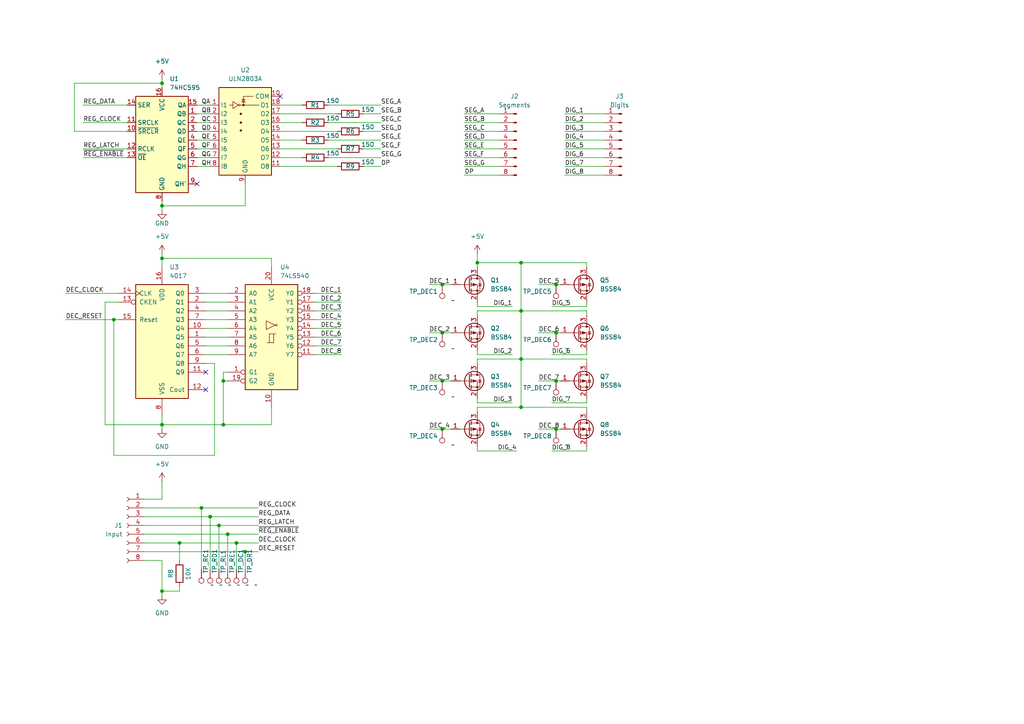
<source format=kicad_sch>
(kicad_sch (version 20230121) (generator eeschema)
  (paper "A4")
  (lib_symbols
    (symbol "4xxx:4017" (pin_names (offset 1.016))
      (property "Reference" "U" (at -7.62 16.51 0))
      (property "Value" "4017" (at -7.62 -19.05 0))
      (symbol "4017_1_0"
        (pin output line (at 12.7 0 180) (length 5.08) (name "Q5") (number "1"))
        (pin output line (at 12.7 2.54 180) (length 5.08) (name "Q4") (number "10"))
        (pin output line (at 12.7 -10.16 180) (length 5.08) (name "Q9") (number "11"))
        (pin output line (at 12.7 -15.24 180) (length 5.08) (name "Cout") (number "12"))
        (pin input inverted (at -12.7 10.16 0) (length 5.08) (name "CKEN") (number "13"))
        (pin input clock (at -12.7 12.7 0) (length 5.08) (name "CLK") (number "14"))
        (pin input line (at -12.7 5.08 0) (length 5.08) (name "Reset") (number "15"))
        (pin power_in line (at 0 20.32 270) (length 5.08) (name "VDD") (number "16"))
        (pin output line (at 12.7 10.16 180) (length 5.08) (name "Q1") (number "2"))
        (pin output line (at 12.7 12.7 180) (length 5.08) (name "Q0") (number "3"))
        (pin output line (at 12.7 7.62 180) (length 5.08) (name "Q2") (number "4"))
        (pin output line (at 12.7 -2.54 180) (length 5.08) (name "Q6") (number "5"))
        (pin output line (at 12.7 -5.08 180) (length 5.08) (name "Q7") (number "6"))
        (pin output line (at 12.7 5.08 180) (length 5.08) (name "Q3") (number "7"))
        (pin power_in line (at 0 -22.86 90) (length 5.08) (name "VSS") (number "8"))
        (pin output line (at 12.7 -7.62 180) (length 5.08) (name "Q8") (number "9"))
      )
      (symbol "4017_1_1"
        (rectangle (start -7.62 15.24) (end 7.62 -17.78) (stroke (width 0.254)) (fill (type background)))
      )
    )
    (symbol "74xx:74HC595"
      (property "Reference" "U" (at -7.62 13.97 0))
      (property "Value" "74HC595" (at -7.62 -16.51 0))
      (symbol "74HC595_1_0"
        (pin tri_state line (at 10.16 7.62 180) (length 2.54) (name "QB") (number "1"))
        (pin input line (at -10.16 2.54 0) (length 2.54) (name "~{SRCLR}") (number "10"))
        (pin input line (at -10.16 5.08 0) (length 2.54) (name "SRCLK") (number "11"))
        (pin input line (at -10.16 -2.54 0) (length 2.54) (name "RCLK") (number "12"))
        (pin input line (at -10.16 -5.08 0) (length 2.54) (name "~{OE}") (number "13"))
        (pin input line (at -10.16 10.16 0) (length 2.54) (name "SER") (number "14"))
        (pin tri_state line (at 10.16 10.16 180) (length 2.54) (name "QA") (number "15"))
        (pin power_in line (at 0 15.24 270) (length 2.54) (name "VCC") (number "16"))
        (pin tri_state line (at 10.16 5.08 180) (length 2.54) (name "QC") (number "2"))
        (pin tri_state line (at 10.16 2.54 180) (length 2.54) (name "QD") (number "3"))
        (pin tri_state line (at 10.16 0 180) (length 2.54) (name "QE") (number "4"))
        (pin tri_state line (at 10.16 -2.54 180) (length 2.54) (name "QF") (number "5"))
        (pin tri_state line (at 10.16 -5.08 180) (length 2.54) (name "QG") (number "6"))
        (pin tri_state line (at 10.16 -7.62 180) (length 2.54) (name "QH") (number "7"))
        (pin power_in line (at 0 -17.78 90) (length 2.54) (name "GND") (number "8"))
        (pin output line (at 10.16 -12.7 180) (length 2.54) (name "QH'") (number "9"))
      )
      (symbol "74HC595_1_1"
        (rectangle (start -7.62 12.7) (end 7.62 -15.24) (stroke (width 0.254)) (fill (type background)))
      )
    )
    (symbol "74xx:74LS540" (pin_names (offset 1.016))
      (property "Reference" "U" (at -7.62 16.51 0))
      (property "Value" "74LS540" (at -7.62 -16.51 0))
      (symbol "74LS540_1_0"
        (polyline (pts (xy -0.635 -1.6002) (xy -0.635 0.9398) (xy 0.635 0.9398)))
        (polyline (pts (xy -1.27 -1.6002) (xy 0.635 -1.6002) (xy 0.635 0.9398) (xy 1.27 0.9398)))
        (polyline (pts (xy 1.016 3.4798) (xy -1.524 4.7498) (xy -1.524 2.2098) (xy 1.016 3.4798)) (stroke (width 0.1524)))
        (circle (center 1.397 3.4798) (radius 0.254) (stroke (width 0.1524)))
        (pin input inverted (at -12.7 -10.16 0) (length 5.08) (name "G1") (number "1"))
        (pin power_in line (at 0 -20.32 90) (length 5.08) (name "GND") (number "10"))
        (pin tri_state inverted (at 12.7 -5.08 180) (length 5.08) (name "Y7") (number "11"))
        (pin tri_state inverted (at 12.7 -2.54 180) (length 5.08) (name "Y6") (number "12"))
        (pin tri_state inverted (at 12.7 0 180) (length 5.08) (name "Y5") (number "13"))
        (pin tri_state inverted (at 12.7 2.54 180) (length 5.08) (name "Y4") (number "14"))
        (pin tri_state inverted (at 12.7 5.08 180) (length 5.08) (name "Y3") (number "15"))
        (pin tri_state inverted (at 12.7 7.62 180) (length 5.08) (name "Y2") (number "16"))
        (pin tri_state inverted (at 12.7 10.16 180) (length 5.08) (name "Y1") (number "17"))
        (pin tri_state inverted (at 12.7 12.7 180) (length 5.08) (name "Y0") (number "18"))
        (pin input inverted (at -12.7 -12.7 0) (length 5.08) (name "G2") (number "19"))
        (pin input line (at -12.7 12.7 0) (length 5.08) (name "A0") (number "2"))
        (pin power_in line (at 0 20.32 270) (length 5.08) (name "VCC") (number "20"))
        (pin input line (at -12.7 10.16 0) (length 5.08) (name "A1") (number "3"))
        (pin input line (at -12.7 7.62 0) (length 5.08) (name "A2") (number "4"))
        (pin input line (at -12.7 5.08 0) (length 5.08) (name "A3") (number "5"))
        (pin input line (at -12.7 2.54 0) (length 5.08) (name "A4") (number "6"))
        (pin input line (at -12.7 0 0) (length 5.08) (name "A5") (number "7"))
        (pin input line (at -12.7 -2.54 0) (length 5.08) (name "A6") (number "8"))
        (pin input line (at -12.7 -5.08 0) (length 5.08) (name "A7") (number "9"))
      )
      (symbol "74LS540_1_1"
        (rectangle (start -7.62 15.24) (end 7.62 -15.24) (stroke (width 0.254)) (fill (type background)))
      )
    )
    (symbol "Connector:Conn_01x08_Pin" (pin_names (offset 1.016) hide)
      (property "Reference" "J" (at 0 10.16 0))
      (property "Value" "Conn_01x08_Pin" (at 0 -12.7 0))
      (symbol "Conn_01x08_Pin_1_1"
        (polyline (pts (xy 1.27 -10.16) (xy 0.8636 -10.16)) (stroke (width 0.1524)))
        (polyline (pts (xy 1.27 -7.62) (xy 0.8636 -7.62)) (stroke (width 0.1524)))
        (polyline (pts (xy 1.27 -5.08) (xy 0.8636 -5.08)) (stroke (width 0.1524)))
        (polyline (pts (xy 1.27 -2.54) (xy 0.8636 -2.54)) (stroke (width 0.1524)))
        (polyline (pts (xy 1.27 0) (xy 0.8636 0)) (stroke (width 0.1524)))
        (polyline (pts (xy 1.27 2.54) (xy 0.8636 2.54)) (stroke (width 0.1524)))
        (polyline (pts (xy 1.27 5.08) (xy 0.8636 5.08)) (stroke (width 0.1524)))
        (polyline (pts (xy 1.27 7.62) (xy 0.8636 7.62)) (stroke (width 0.1524)))
        (rectangle (start 0.8636 -10.033) (end 0 -10.287) (stroke (width 0.1524)) (fill (type outline)))
        (rectangle (start 0.8636 -7.493) (end 0 -7.747) (stroke (width 0.1524)) (fill (type outline)))
        (rectangle (start 0.8636 -4.953) (end 0 -5.207) (stroke (width 0.1524)) (fill (type outline)))
        (rectangle (start 0.8636 -2.413) (end 0 -2.667) (stroke (width 0.1524)) (fill (type outline)))
        (rectangle (start 0.8636 0.127) (end 0 -0.127) (stroke (width 0.1524)) (fill (type outline)))
        (rectangle (start 0.8636 2.667) (end 0 2.413) (stroke (width 0.1524)) (fill (type outline)))
        (rectangle (start 0.8636 5.207) (end 0 4.953) (stroke (width 0.1524)) (fill (type outline)))
        (rectangle (start 0.8636 7.747) (end 0 7.493) (stroke (width 0.1524)) (fill (type outline)))
        (pin passive line (at 5.08 7.62 180) (length 3.81) (name "Pin_1") (number "1"))
        (pin passive line (at 5.08 5.08 180) (length 3.81) (name "Pin_2") (number "2"))
        (pin passive line (at 5.08 2.54 180) (length 3.81) (name "Pin_3") (number "3"))
        (pin passive line (at 5.08 0 180) (length 3.81) (name "Pin_4") (number "4"))
        (pin passive line (at 5.08 -2.54 180) (length 3.81) (name "Pin_5") (number "5"))
        (pin passive line (at 5.08 -5.08 180) (length 3.81) (name "Pin_6") (number "6"))
        (pin passive line (at 5.08 -7.62 180) (length 3.81) (name "Pin_7") (number "7"))
        (pin passive line (at 5.08 -10.16 180) (length 3.81) (name "Pin_8") (number "8"))
      )
    )
    (symbol "Connector:Conn_01x08_Socket" (pin_names (offset 1.016) hide)
      (property "Reference" "J" (at 0 10.16 0))
      (property "Value" "Conn_01x08_Socket" (at 0 -12.7 0))
      (symbol "Conn_01x08_Socket_1_1"
        (arc (start 0 -9.652) (mid -0.5058 -10.16) (end 0 -10.668) (stroke (width 0.1524)))
        (arc (start 0 -7.112) (mid -0.5058 -7.62) (end 0 -8.128) (stroke (width 0.1524)))
        (arc (start 0 -4.572) (mid -0.5058 -5.08) (end 0 -5.588) (stroke (width 0.1524)))
        (arc (start 0 -2.032) (mid -0.5058 -2.54) (end 0 -3.048) (stroke (width 0.1524)))
        (polyline (pts (xy -1.27 -10.16) (xy -0.508 -10.16)) (stroke (width 0.1524)))
        (polyline (pts (xy -1.27 -7.62) (xy -0.508 -7.62)) (stroke (width 0.1524)))
        (polyline (pts (xy -1.27 -5.08) (xy -0.508 -5.08)) (stroke (width 0.1524)))
        (polyline (pts (xy -1.27 -2.54) (xy -0.508 -2.54)) (stroke (width 0.1524)))
        (polyline (pts (xy -1.27 0) (xy -0.508 0)) (stroke (width 0.1524)))
        (polyline (pts (xy -1.27 2.54) (xy -0.508 2.54)) (stroke (width 0.1524)))
        (polyline (pts (xy -1.27 5.08) (xy -0.508 5.08)) (stroke (width 0.1524)))
        (polyline (pts (xy -1.27 7.62) (xy -0.508 7.62)) (stroke (width 0.1524)))
        (arc (start 0 0.508) (mid -0.5058 0) (end 0 -0.508) (stroke (width 0.1524)))
        (arc (start 0 3.048) (mid -0.5058 2.54) (end 0 2.032) (stroke (width 0.1524)))
        (arc (start 0 5.588) (mid -0.5058 5.08) (end 0 4.572) (stroke (width 0.1524)))
        (arc (start 0 8.128) (mid -0.5058 7.62) (end 0 7.112) (stroke (width 0.1524)))
        (pin passive line (at -5.08 7.62 0) (length 3.81) (name "Pin_1") (number "1"))
        (pin passive line (at -5.08 5.08 0) (length 3.81) (name "Pin_2") (number "2"))
        (pin passive line (at -5.08 2.54 0) (length 3.81) (name "Pin_3") (number "3"))
        (pin passive line (at -5.08 0 0) (length 3.81) (name "Pin_4") (number "4"))
        (pin passive line (at -5.08 -2.54 0) (length 3.81) (name "Pin_5") (number "5"))
        (pin passive line (at -5.08 -5.08 0) (length 3.81) (name "Pin_6") (number "6"))
        (pin passive line (at -5.08 -7.62 0) (length 3.81) (name "Pin_7") (number "7"))
        (pin passive line (at -5.08 -10.16 0) (length 3.81) (name "Pin_8") (number "8"))
      )
    )
    (symbol "Connector:TestPoint" (pin_numbers hide) (pin_names (offset 0.762) hide)
      (property "Reference" "TP" (at 0 6.858 0))
      (property "Value" "TestPoint" (at 0 5.08 0))
      (symbol "TestPoint_0_1"
        (circle (center 0 3.302) (radius 0.762))
      )
      (symbol "TestPoint_1_1"
        (pin passive line (at 0 0 90) (length 2.54) (name "1") (number "1"))
      )
    )
    (symbol "Device:R" (pin_numbers hide) (pin_names (offset 0))
      (property "Reference" "R" (at 2.032 0 90))
      (property "Value" "R" (at 0 0 90))
      (symbol "R_0_1"
        (rectangle (start -1.016 -2.54) (end 1.016 2.54) (stroke (width 0.254)))
      )
      (symbol "R_1_1"
        (pin passive line (at 0 3.81 270) (length 1.27) (name "~") (number "1"))
        (pin passive line (at 0 -3.81 90) (length 1.27) (name "~") (number "2"))
      )
    )
    (symbol "Transistor_Array:ULN2803A"
      (property "Reference" "U" (at 0 13.335 0))
      (property "Value" "ULN2803A" (at 0 11.43 0))
      (symbol "ULN2803A_0_1"
        (rectangle (start -7.62 -15.24) (end 7.62 10.16) (stroke (width 0.254)) (fill (type background)))
        (circle (center -1.778 5.08) (radius 0.254))
        (circle (center -1.27 -2.286) (radius 0.254) (fill (type outline)))
        (circle (center -1.27 0) (radius 0.254) (fill (type outline)))
        (circle (center -1.27 2.54) (radius 0.254) (fill (type outline)))
        (circle (center -0.508 5.08) (radius 0.254) (fill (type outline)))
        (polyline (pts (xy -4.572 5.08) (xy -3.556 5.08)))
        (polyline (pts (xy -1.524 5.08) (xy 4.064 5.08)))
        (polyline (pts (xy 0 6.731) (xy -1.016 6.731)))
        (polyline (pts (xy -0.508 5.08) (xy -0.508 7.62) (xy 2.286 7.62)))
        (polyline (pts (xy -3.556 6.096) (xy -3.556 4.064) (xy -2.032 5.08) (xy -3.556 6.096)))
        (polyline (pts (xy 0 5.969) (xy -1.016 5.969) (xy -0.508 6.731) (xy 0 5.969)))
      )
      (symbol "ULN2803A_1_1"
        (pin input line (at -10.16 5.08 0) (length 2.54) (name "I1") (number "1"))
        (pin passive line (at 10.16 7.62 180) (length 2.54) (name "COM") (number "10"))
        (pin open_collector line (at 10.16 -12.7 180) (length 2.54) (name "O8") (number "11"))
        (pin open_collector line (at 10.16 -10.16 180) (length 2.54) (name "O7") (number "12"))
        (pin open_collector line (at 10.16 -7.62 180) (length 2.54) (name "O6") (number "13"))
        (pin open_collector line (at 10.16 -5.08 180) (length 2.54) (name "O5") (number "14"))
        (pin open_collector line (at 10.16 -2.54 180) (length 2.54) (name "O4") (number "15"))
        (pin open_collector line (at 10.16 0 180) (length 2.54) (name "O3") (number "16"))
        (pin open_collector line (at 10.16 2.54 180) (length 2.54) (name "O2") (number "17"))
        (pin open_collector line (at 10.16 5.08 180) (length 2.54) (name "O1") (number "18"))
        (pin input line (at -10.16 2.54 0) (length 2.54) (name "I2") (number "2"))
        (pin input line (at -10.16 0 0) (length 2.54) (name "I3") (number "3"))
        (pin input line (at -10.16 -2.54 0) (length 2.54) (name "I4") (number "4"))
        (pin input line (at -10.16 -5.08 0) (length 2.54) (name "I5") (number "5"))
        (pin input line (at -10.16 -7.62 0) (length 2.54) (name "I6") (number "6"))
        (pin input line (at -10.16 -10.16 0) (length 2.54) (name "I7") (number "7"))
        (pin input line (at -10.16 -12.7 0) (length 2.54) (name "I8") (number "8"))
        (pin power_in line (at 0 -17.78 90) (length 2.54) (name "GND") (number "9"))
      )
    )
    (symbol "Transistor_FET:BSS84" (pin_names hide)
      (property "Reference" "Q" (at 5.08 1.905 0))
      (property "Value" "BSS84" (at 5.08 0 0))
      (symbol "BSS84_0_1"
        (polyline (pts (xy 0.254 0) (xy -2.54 0)))
        (polyline (pts (xy 0.254 1.905) (xy 0.254 -1.905)) (stroke (width 0.254)))
        (polyline (pts (xy 0.762 -1.27) (xy 0.762 -2.286)) (stroke (width 0.254)))
        (polyline (pts (xy 0.762 0.508) (xy 0.762 -0.508)) (stroke (width 0.254)))
        (polyline (pts (xy 0.762 2.286) (xy 0.762 1.27)) (stroke (width 0.254)))
        (polyline (pts (xy 2.54 2.54) (xy 2.54 1.778)))
        (polyline (pts (xy 2.54 -2.54) (xy 2.54 0) (xy 0.762 0)))
        (polyline (pts (xy 0.762 1.778) (xy 3.302 1.778) (xy 3.302 -1.778) (xy 0.762 -1.778)))
        (polyline (pts (xy 2.286 0) (xy 1.27 0.381) (xy 1.27 -0.381) (xy 2.286 0)) (fill (type outline)))
        (polyline (pts (xy 2.794 -0.508) (xy 2.921 -0.381) (xy 3.683 -0.381) (xy 3.81 -0.254)))
        (polyline (pts (xy 3.302 -0.381) (xy 2.921 0.254) (xy 3.683 0.254) (xy 3.302 -0.381)))
        (circle (center 1.651 0) (radius 2.794) (stroke (width 0.254)))
        (circle (center 2.54 -1.778) (radius 0.254) (fill (type outline)))
        (circle (center 2.54 1.778) (radius 0.254) (fill (type outline)))
      )
      (symbol "BSS84_1_1"
        (pin input line (at -5.08 0 0) (length 2.54) (name "G") (number "1"))
        (pin passive line (at 2.54 -5.08 90) (length 2.54) (name "S") (number "2"))
        (pin passive line (at 2.54 5.08 270) (length 2.54) (name "D") (number "3"))
      )
    )
    (symbol "power:+5V" (power) (pin_names (offset 0))
      (property "Value" "+5V" (at 0 3.556 0))
      (symbol "+5V_0_1"
        (polyline (pts (xy -0.762 1.27) (xy 0 2.54)))
        (polyline (pts (xy 0 0) (xy 0 2.54)))
        (polyline (pts (xy 0 2.54) (xy 0.762 1.27)))
      )
      (symbol "+5V_1_1"
        (pin power_in line (at 0 0 90) (length 0) hide (name "+5V") (number "1"))
      )
    )
    (symbol "power:GND" (power) (pin_names (offset 0))
      (property "Value" "GND" (at 0 -3.81 0))
      (symbol "GND_0_1"
        (polyline (pts (xy 0 0) (xy 0 -1.27) (xy 1.27 -1.27) (xy 0 -2.54) (xy -1.27 -1.27) (xy 0 -1.27)))
      )
      (symbol "GND_1_1"
        (pin power_in line (at 0 0 270) (length 0) hide (name "GND") (number "1"))
      )
    )
  )
  (junction (at 151.13 90.17))
  (junction (at 151.13 104.14))
  (junction (at 46.99 171.45))
  (junction (at 64.77 123.19))
  (junction (at 46.99 123.19))
  (junction (at 151.13 76.2))
  (junction (at 161.29 82.55))
  (junction (at 60.96 149.86))
  (junction (at 128.27 124.46))
  (junction (at 138.43 76.2))
  (junction (at 33.02 92.71))
  (junction (at 46.99 74.93))
  (junction (at 46.99 59.69))
  (junction (at 63.5 152.4))
  (junction (at 161.29 110.49))
  (junction (at 161.29 96.52))
  (junction (at 66.04 154.94))
  (junction (at 58.42 147.32))
  (junction (at 52.07 157.48))
  (junction (at 46.99 24.13))
  (junction (at 128.27 82.55))
  (junction (at 68.58 157.48))
  (junction (at 161.29 124.46))
  (junction (at 64.77 110.49))
  (junction (at 71.12 160.02))
  (junction (at 151.13 118.11))
  (junction (at 128.27 96.52))
  (junction (at 128.27 110.49))
  (no_connect (at 59.69 107.95))
  (no_connect (at 59.69 113.03))
  (no_connect (at 57.15 53.34))
  (no_connect (at 81.28 27.94))
  (wire (pts (xy 33.02 92.71) (xy 34.29 92.71)))
  (wire (pts (xy 138.43 129.54) (xy 138.43 130.81)))
  (wire (pts (xy 91.44 85.09) (xy 99.06 85.09)))
  (wire (pts (xy 24.13 45.72) (xy 36.83 45.72)))
  (wire (pts (xy 124.46 124.46) (xy 128.27 124.46)))
  (wire (pts (xy 60.96 149.86) (xy 60.96 165.1)))
  (wire (pts (xy 128.27 82.55) (xy 130.81 82.55)))
  (wire (pts (xy 41.91 149.86) (xy 60.96 149.86)))
  (wire (pts (xy 128.27 110.49) (xy 130.81 110.49)))
  (wire (pts (xy 46.99 120.65) (xy 46.99 123.19)))
  (wire (pts (xy 81.28 38.1) (xy 97.79 38.1)))
  (wire (pts (xy 95.25 40.64) (xy 110.49 40.64)))
  (wire (pts (xy 30.48 123.19) (xy 46.99 123.19)))
  (wire (pts (xy 160.02 102.87) (xy 170.18 102.87)))
  (wire (pts (xy 138.43 88.9) (xy 148.59 88.9)))
  (wire (pts (xy 63.5 152.4) (xy 74.93 152.4)))
  (wire (pts (xy 59.69 102.87) (xy 66.04 102.87)))
  (wire (pts (xy 71.12 160.02) (xy 71.12 165.1)))
  (wire (pts (xy 163.83 33.02) (xy 175.26 33.02)))
  (wire (pts (xy 105.41 43.18) (xy 110.49 43.18)))
  (wire (pts (xy 78.74 118.11) (xy 78.74 123.19)))
  (wire (pts (xy 124.46 82.55) (xy 128.27 82.55)))
  (wire (pts (xy 134.62 45.72) (xy 144.78 45.72)))
  (wire (pts (xy 138.43 101.6) (xy 138.43 102.87)))
  (wire (pts (xy 138.43 118.11) (xy 138.43 119.38)))
  (wire (pts (xy 41.91 147.32) (xy 58.42 147.32)))
  (wire (pts (xy 163.83 38.1) (xy 175.26 38.1)))
  (wire (pts (xy 138.43 73.66) (xy 138.43 76.2)))
  (wire (pts (xy 19.05 85.09) (xy 34.29 85.09)))
  (wire (pts (xy 46.99 22.86) (xy 46.99 24.13)))
  (wire (pts (xy 63.5 152.4) (xy 63.5 165.1)))
  (wire (pts (xy 24.13 30.48) (xy 36.83 30.48)))
  (wire (pts (xy 138.43 130.81) (xy 149.86 130.81)))
  (wire (pts (xy 57.15 38.1) (xy 60.96 38.1)))
  (wire (pts (xy 138.43 118.11) (xy 151.13 118.11)))
  (wire (pts (xy 160.02 130.81) (xy 170.18 130.81)))
  (wire (pts (xy 46.99 139.7) (xy 46.99 144.78)))
  (wire (pts (xy 134.62 38.1) (xy 144.78 38.1)))
  (wire (pts (xy 64.77 110.49) (xy 66.04 110.49)))
  (wire (pts (xy 41.91 160.02) (xy 71.12 160.02)))
  (wire (pts (xy 58.42 147.32) (xy 74.93 147.32)))
  (wire (pts (xy 46.99 123.19) (xy 64.77 123.19)))
  (wire (pts (xy 46.99 74.93) (xy 78.74 74.93)))
  (wire (pts (xy 91.44 95.25) (xy 99.06 95.25)))
  (wire (pts (xy 81.28 43.18) (xy 97.79 43.18)))
  (wire (pts (xy 19.05 92.71) (xy 33.02 92.71)))
  (wire (pts (xy 105.41 33.02) (xy 110.49 33.02)))
  (wire (pts (xy 57.15 43.18) (xy 60.96 43.18)))
  (wire (pts (xy 66.04 154.94) (xy 74.93 154.94)))
  (wire (pts (xy 138.43 102.87) (xy 148.59 102.87)))
  (wire (pts (xy 46.99 171.45) (xy 46.99 172.72)))
  (wire (pts (xy 138.43 90.17) (xy 151.13 90.17)))
  (wire (pts (xy 41.91 152.4) (xy 63.5 152.4)))
  (wire (pts (xy 160.02 88.9) (xy 170.18 88.9)))
  (wire (pts (xy 46.99 74.93) (xy 46.99 77.47)))
  (wire (pts (xy 95.25 35.56) (xy 110.49 35.56)))
  (wire (pts (xy 163.83 50.8) (xy 175.26 50.8)))
  (wire (pts (xy 156.21 110.49) (xy 161.29 110.49)))
  (wire (pts (xy 134.62 40.64) (xy 144.78 40.64)))
  (wire (pts (xy 170.18 104.14) (xy 170.18 105.41)))
  (wire (pts (xy 138.43 91.44) (xy 138.43 90.17)))
  (wire (pts (xy 46.99 59.69) (xy 46.99 60.96)))
  (wire (pts (xy 24.13 35.56) (xy 36.83 35.56)))
  (wire (pts (xy 46.99 123.19) (xy 46.99 124.46)))
  (wire (pts (xy 105.41 48.26) (xy 110.49 48.26)))
  (wire (pts (xy 71.12 160.02) (xy 74.93 160.02)))
  (wire (pts (xy 81.28 40.64) (xy 87.63 40.64)))
  (wire (pts (xy 81.28 30.48) (xy 87.63 30.48)))
  (wire (pts (xy 91.44 92.71) (xy 99.06 92.71)))
  (wire (pts (xy 170.18 118.11) (xy 170.18 119.38)))
  (wire (pts (xy 59.69 92.71) (xy 66.04 92.71)))
  (wire (pts (xy 163.83 35.56) (xy 175.26 35.56)))
  (wire (pts (xy 170.18 115.57) (xy 170.18 116.84)))
  (wire (pts (xy 91.44 100.33) (xy 99.06 100.33)))
  (wire (pts (xy 57.15 33.02) (xy 60.96 33.02)))
  (wire (pts (xy 41.91 144.78) (xy 46.99 144.78)))
  (wire (pts (xy 66.04 154.94) (xy 66.04 165.1)))
  (wire (pts (xy 138.43 115.57) (xy 138.43 116.84)))
  (wire (pts (xy 134.62 33.02) (xy 144.78 33.02)))
  (wire (pts (xy 138.43 116.84) (xy 148.59 116.84)))
  (wire (pts (xy 59.69 95.25) (xy 66.04 95.25)))
  (wire (pts (xy 46.99 73.66) (xy 46.99 74.93)))
  (wire (pts (xy 138.43 76.2) (xy 138.43 77.47)))
  (wire (pts (xy 58.42 147.32) (xy 58.42 165.1)))
  (wire (pts (xy 151.13 76.2) (xy 170.18 76.2)))
  (wire (pts (xy 170.18 77.47) (xy 170.18 76.2)))
  (wire (pts (xy 163.83 40.64) (xy 175.26 40.64)))
  (wire (pts (xy 124.46 110.49) (xy 128.27 110.49)))
  (wire (pts (xy 59.69 85.09) (xy 66.04 85.09)))
  (wire (pts (xy 170.18 129.54) (xy 170.18 130.81)))
  (wire (pts (xy 124.46 96.52) (xy 128.27 96.52)))
  (wire (pts (xy 156.21 82.55) (xy 161.29 82.55)))
  (wire (pts (xy 52.07 157.48) (xy 68.58 157.48)))
  (wire (pts (xy 57.15 48.26) (xy 60.96 48.26)))
  (wire (pts (xy 46.99 58.42) (xy 46.99 59.69)))
  (wire (pts (xy 71.12 53.34) (xy 71.12 59.69)))
  (wire (pts (xy 52.07 170.18) (xy 52.07 171.45)))
  (wire (pts (xy 91.44 97.79) (xy 99.06 97.79)))
  (wire (pts (xy 52.07 157.48) (xy 52.07 162.56)))
  (wire (pts (xy 95.25 45.72) (xy 110.49 45.72)))
  (wire (pts (xy 81.28 45.72) (xy 87.63 45.72)))
  (wire (pts (xy 163.83 45.72) (xy 175.26 45.72)))
  (wire (pts (xy 81.28 35.56) (xy 87.63 35.56)))
  (wire (pts (xy 170.18 87.63) (xy 170.18 88.9)))
  (wire (pts (xy 46.99 171.45) (xy 52.07 171.45)))
  (wire (pts (xy 41.91 157.48) (xy 52.07 157.48)))
  (wire (pts (xy 46.99 59.69) (xy 71.12 59.69)))
  (wire (pts (xy 41.91 154.94) (xy 66.04 154.94)))
  (wire (pts (xy 128.27 96.52) (xy 130.81 96.52)))
  (wire (pts (xy 91.44 87.63) (xy 99.06 87.63)))
  (wire (pts (xy 160.02 116.84) (xy 170.18 116.84)))
  (wire (pts (xy 151.13 90.17) (xy 151.13 104.14)))
  (wire (pts (xy 170.18 90.17) (xy 151.13 90.17)))
  (wire (pts (xy 59.69 97.79) (xy 66.04 97.79)))
  (wire (pts (xy 64.77 107.95) (xy 64.77 110.49)))
  (wire (pts (xy 91.44 90.17) (xy 99.06 90.17)))
  (wire (pts (xy 46.99 162.56) (xy 46.99 171.45)))
  (wire (pts (xy 30.48 87.63) (xy 30.48 123.19)))
  (wire (pts (xy 57.15 40.64) (xy 60.96 40.64)))
  (wire (pts (xy 41.91 162.56) (xy 46.99 162.56)))
  (wire (pts (xy 170.18 101.6) (xy 170.18 102.87)))
  (wire (pts (xy 91.44 102.87) (xy 99.06 102.87)))
  (wire (pts (xy 21.59 24.13) (xy 46.99 24.13)))
  (wire (pts (xy 163.83 43.18) (xy 175.26 43.18)))
  (wire (pts (xy 138.43 104.14) (xy 151.13 104.14)))
  (wire (pts (xy 161.29 96.52) (xy 162.56 96.52)))
  (wire (pts (xy 62.23 105.41) (xy 62.23 132.08)))
  (wire (pts (xy 60.96 149.86) (xy 74.93 149.86)))
  (wire (pts (xy 138.43 76.2) (xy 151.13 76.2)))
  (wire (pts (xy 33.02 92.71) (xy 33.02 132.08)))
  (wire (pts (xy 138.43 105.41) (xy 138.43 104.14)))
  (wire (pts (xy 34.29 87.63) (xy 30.48 87.63)))
  (wire (pts (xy 170.18 91.44) (xy 170.18 90.17)))
  (wire (pts (xy 59.69 90.17) (xy 66.04 90.17)))
  (wire (pts (xy 156.21 124.46) (xy 161.29 124.46)))
  (wire (pts (xy 24.13 43.18) (xy 36.83 43.18)))
  (wire (pts (xy 59.69 100.33) (xy 66.04 100.33)))
  (wire (pts (xy 161.29 82.55) (xy 162.56 82.55)))
  (wire (pts (xy 57.15 35.56) (xy 60.96 35.56)))
  (wire (pts (xy 134.62 43.18) (xy 144.78 43.18)))
  (wire (pts (xy 151.13 104.14) (xy 170.18 104.14)))
  (wire (pts (xy 57.15 45.72) (xy 60.96 45.72)))
  (wire (pts (xy 134.62 50.8) (xy 144.78 50.8)))
  (wire (pts (xy 64.77 110.49) (xy 64.77 123.19)))
  (wire (pts (xy 151.13 104.14) (xy 151.13 118.11)))
  (wire (pts (xy 81.28 33.02) (xy 97.79 33.02)))
  (wire (pts (xy 151.13 118.11) (xy 170.18 118.11)))
  (wire (pts (xy 95.25 30.48) (xy 110.49 30.48)))
  (wire (pts (xy 151.13 76.2) (xy 151.13 90.17)))
  (wire (pts (xy 128.27 124.46) (xy 130.81 124.46)))
  (wire (pts (xy 78.74 77.47) (xy 78.74 74.93)))
  (wire (pts (xy 21.59 38.1) (xy 21.59 24.13)))
  (wire (pts (xy 68.58 157.48) (xy 74.93 157.48)))
  (wire (pts (xy 105.41 38.1) (xy 110.49 38.1)))
  (wire (pts (xy 59.69 87.63) (xy 66.04 87.63)))
  (wire (pts (xy 57.15 30.48) (xy 60.96 30.48)))
  (wire (pts (xy 81.28 48.26) (xy 97.79 48.26)))
  (wire (pts (xy 134.62 48.26) (xy 144.78 48.26)))
  (wire (pts (xy 156.21 96.52) (xy 161.29 96.52)))
  (wire (pts (xy 138.43 87.63) (xy 138.43 88.9)))
  (wire (pts (xy 68.58 157.48) (xy 68.58 165.1)))
  (wire (pts (xy 161.29 110.49) (xy 162.56 110.49)))
  (wire (pts (xy 161.29 124.46) (xy 162.56 124.46)))
  (wire (pts (xy 46.99 24.13) (xy 46.99 25.4)))
  (wire (pts (xy 64.77 123.19) (xy 78.74 123.19)))
  (wire (pts (xy 33.02 132.08) (xy 62.23 132.08)))
  (wire (pts (xy 134.62 35.56) (xy 144.78 35.56)))
  (wire (pts (xy 163.83 48.26) (xy 175.26 48.26)))
  (wire (pts (xy 59.69 105.41) (xy 62.23 105.41)))
  (wire (pts (xy 21.59 38.1) (xy 36.83 38.1)))
  (wire (pts (xy 66.04 107.95) (xy 64.77 107.95)))
  (label "DEC_2" (at 124.46 96.52 0))
  (label "QE" (at 58.42 40.64 0))
  (label "DEC_4" (at 99.06 92.71 180))
  (label "~{REG_ENABLE}" (at 74.93 154.94 0))
  (label "DEC_3" (at 124.46 110.49 0))
  (label "DIG_4" (at 163.83 40.64 0))
  (label "DIG_1" (at 163.83 33.02 0))
  (label "DEC_1" (at 99.06 85.09 180))
  (label "DIG_2" (at 148.59 102.87 180))
  (label "QC" (at 58.42 35.56 0))
  (label "DEC_2" (at 99.06 87.63 180))
  (label "SEG_F" (at 134.62 45.72 0))
  (label "DEC_8" (at 156.21 124.46 0))
  (label "SEG_G" (at 134.62 48.26 0))
  (label "DEC_1" (at 124.46 82.55 0))
  (label "DIG_2" (at 163.83 35.56 0))
  (label "SEG_G" (at 110.49 45.72 0))
  (label "DIG_5" (at 160.02 88.9 0))
  (label "DEC_5" (at 156.21 82.55 0))
  (label "QB" (at 58.42 33.02 0))
  (label "QF" (at 58.42 43.18 0))
  (label "DEC_RESET" (at 74.93 160.02 0))
  (label "SEG_B" (at 134.62 35.56 0))
  (label "DEC_CLOCK" (at 74.93 157.48 0))
  (label "SEG_D" (at 110.49 38.1 0))
  (label "SEG_E" (at 110.49 40.64 0))
  (label "DEC_3" (at 99.06 90.17 180))
  (label "REG_CLOCK" (at 74.93 147.32 0))
  (label "REG_DATA" (at 24.13 30.48 0))
  (label "DEC_7" (at 99.06 100.33 180))
  (label "DIG_8" (at 163.83 50.8 0))
  (label "SEG_A" (at 110.49 30.48 0))
  (label "SEG_A" (at 134.62 33.02 0))
  (label "DIG_1" (at 148.59 88.9 180))
  (label "DP" (at 110.49 48.26 0))
  (label "SEG_C" (at 134.62 38.1 0))
  (label "DEC_6" (at 99.06 97.79 180))
  (label "REG_LATCH" (at 74.93 152.4 0))
  (label "DEC_4" (at 124.46 124.46 0))
  (label "DIG_6" (at 163.83 45.72 0))
  (label "QD" (at 58.42 38.1 0))
  (label "SEG_C" (at 110.49 35.56 0))
  (label "SEG_D" (at 134.62 40.64 0))
  (label "DIG_8" (at 160.02 130.81 0))
  (label "REG_LATCH" (at 24.13 43.18 0))
  (label "DEC_6" (at 156.21 96.52 0))
  (label "DIG_4" (at 149.86 130.81 180))
  (label "DIG_3" (at 163.83 38.1 0))
  (label "DEC_CLOCK" (at 19.05 85.09 0))
  (label "SEG_B" (at 110.49 33.02 0))
  (label "DIG_3" (at 148.59 116.84 180))
  (label "QG" (at 58.42 45.72 0))
  (label "DP" (at 134.7322 50.8 0))
  (label "SEG_E" (at 134.62 43.18 0))
  (label "DEC_8" (at 99.06 102.87 180))
  (label "DIG_7" (at 163.83 48.26 0))
  (label "DEC_5" (at 99.06 95.25 180))
  (label "QH" (at 58.42 48.26 0))
  (label "REG_DATA" (at 74.93 149.86 0))
  (label "~{REG_ENABLE}" (at 24.13 45.72 0))
  (label "DIG_5" (at 163.83 43.18 0))
  (label "QA" (at 58.42 30.48 0))
  (label "DEC_7" (at 156.21 110.49 0))
  (label "DIG_7" (at 160.02 116.84 0))
  (label "SEG_F" (at 110.49 43.18 0))
  (label "DIG_6" (at 160.02 102.87 0))
  (label "DEC_RESET" (at 19.05 92.71 0))
  (label "REG_CLOCK" (at 24.13 35.56 0))
  (symbol (lib_id "Device:R") (at 91.44 30.48 270) (unit 1)
    (property "Reference" "R1" (at 91.44 30.48 90))
    (property "Value" "150" (at 96.52 29.21 90))
    (property "Footprint" "Resistor_SMD:R_1206_3216Metric_Pad1.30x1.75mm_HandSolder" (effects hide))
  )
  (symbol (lib_id "Connector:TestPoint") (at 161.29 110.49 180) (unit 1)
    (property "Reference" "TP_DEC7" (at 160.02 111.76 0) (effects (justify left bottom)))
    (property "Value" "~" (at 163.83 115.0619 0) (effects (justify right)))
    (property "Footprint" "TestPoint:TestPoint_Pad_D1.0mm" (effects hide))
  )
  (symbol (lib_id "Device:R") (at 52.07 166.37 0) (unit 1)
    (property "Reference" "R8" (at 49.53 166.37 90))
    (property "Value" "10K" (at 54.61 166.37 90))
    (property "Footprint" "Resistor_SMD:R_1206_3216Metric_Pad1.30x1.75mm_HandSolder" (effects hide))
  )
  (symbol (lib_id "Device:R") (at 101.6 43.18 270) (unit 1)
    (property "Reference" "R7" (at 101.6 43.18 90))
    (property "Value" "150" (at 106.68 41.91 90))
    (property "Footprint" "Resistor_SMD:R_1206_3216Metric_Pad1.30x1.75mm_HandSolder" (effects hide))
  )
  (symbol (lib_id "Connector:TestPoint") (at 128.27 124.46 180) (unit 1)
    (property "Reference" "TP_DEC4" (at 127 125.73 0) (effects (justify left bottom)))
    (property "Value" "~" (at 130.81 129.0319 0) (effects (justify right)))
    (property "Footprint" "TestPoint:TestPoint_Pad_D1.0mm" (effects hide))
  )
  (symbol (lib_id "Transistor_FET:BSS84") (at 167.64 110.49 0) (unit 1)
    (property "Reference" "Q7" (at 173.99 109.2199 0) (effects (justify left)))
    (property "Value" "BSS84" (at 173.99 111.7599 0) (effects (justify left)))
    (property "Footprint" "Package_TO_SOT_SMD:SOT-23" (effects hide))
    (property "Datasheet" "http://assets.nexperia.com/documents/data-sheet/BSS84.pdf" (effects hide))
  )
  (symbol (lib_id "Connector:TestPoint") (at 128.27 96.52 180) (unit 1)
    (property "Reference" "TP_DEC2" (at 127 97.79 0) (effects (justify left bottom)))
    (property "Value" "~" (at 130.81 101.0919 0) (effects (justify right)))
    (property "Footprint" "TestPoint:TestPoint_Pad_D1.0mm" (effects hide))
  )
  (symbol (lib_id "Connector:TestPoint") (at 161.29 96.52 180) (unit 1)
    (property "Reference" "TP_DEC6" (at 160.02 97.79 0) (effects (justify left bottom)))
    (property "Value" "~" (at 163.83 101.0919 0) (effects (justify right)))
    (property "Footprint" "TestPoint:TestPoint_Pad_D1.0mm" (effects hide))
  )
  (symbol (lib_id "power:+5V") (at 46.99 73.66 0) (unit 1)
    (property "Reference" "#PWR05" (effects hide))
    (property "Value" "+5V" (at 46.99 68.58 0))
  )
  (symbol (lib_id "Device:R") (at 101.6 38.1 270) (unit 1)
    (property "Reference" "R6" (at 101.6 38.1 90))
    (property "Value" "150" (at 106.68 36.83 90))
    (property "Footprint" "Resistor_SMD:R_1206_3216Metric_Pad1.30x1.75mm_HandSolder" (effects hide))
  )
  (symbol (lib_id "Connector:Conn_01x08_Socket") (at 36.83 152.4 0) (mirror y) (unit 1)
    (property "Reference" "J1" (at 35.56 152.4 0) (effects (justify left)))
    (property "Value" "Input" (at 35.56 154.94 0) (effects (justify left)))
    (property "Footprint" "Connector_PinHeader_2.54mm:PinHeader_1x08_P2.54mm_Vertical" (effects hide))
  )
  (symbol (lib_id "Connector:Conn_01x08_Pin") (at 149.86 40.64 0) (mirror y) (unit 1)
    (property "Reference" "J2" (at 149.225 27.94 0))
    (property "Value" "Segments" (at 149.225 30.48 0))
    (property "Footprint" "Connector_PinHeader_2.54mm:PinHeader_1x08_P2.54mm_Vertical" (effects hide))
  )
  (symbol (lib_id "Device:R") (at 101.6 48.26 270) (unit 1)
    (property "Reference" "R9" (at 101.6 48.26 90))
    (property "Value" "150" (at 106.68 46.99 90))
    (property "Footprint" "Resistor_SMD:R_1206_3216Metric_Pad1.30x1.75mm_HandSolder" (effects hide))
  )
  (symbol (lib_id "Connector:TestPoint") (at 60.96 165.1 180) (unit 1)
    (property "Reference" "TP_RD1" (at 62.23 166.37 90) (effects (justify right)))
    (property "Value" "~" (at 63.5 169.6719 0) (effects (justify right)))
    (property "Footprint" "TestPoint:TestPoint_Pad_D1.0mm" (effects hide))
  )
  (symbol (lib_id "Transistor_FET:BSS84") (at 167.64 82.55 0) (unit 1)
    (property "Reference" "Q5" (at 173.99 81.2799 0) (effects (justify left)))
    (property "Value" "BSS84" (at 173.99 83.8199 0) (effects (justify left)))
    (property "Footprint" "Package_TO_SOT_SMD:SOT-23" (effects hide))
    (property "Datasheet" "http://assets.nexperia.com/documents/data-sheet/BSS84.pdf" (effects hide))
  )
  (symbol (lib_id "Connector:TestPoint") (at 161.29 124.46 180) (unit 1)
    (property "Reference" "TP_DEC8" (at 160.02 125.73 0) (effects (justify left bottom)))
    (property "Value" "~" (at 163.83 129.0319 0) (effects (justify right)))
    (property "Footprint" "TestPoint:TestPoint_Pad_D1.0mm" (effects hide))
  )
  (symbol (lib_id "Connector:TestPoint") (at 58.42 165.1 180) (unit 1)
    (property "Reference" "TP_RC1" (at 59.69 166.37 90) (effects (justify right)))
    (property "Value" "~" (at 60.96 169.6719 0) (effects (justify right)))
    (property "Footprint" "TestPoint:TestPoint_Pad_D1.0mm" (effects hide))
  )
  (symbol (lib_id "Transistor_FET:BSS84") (at 135.89 82.55 0) (unit 1)
    (property "Reference" "Q1" (at 142.24 81.2799 0) (effects (justify left)))
    (property "Value" "BSS84" (at 142.24 83.8199 0) (effects (justify left)))
    (property "Footprint" "Package_TO_SOT_SMD:SOT-23" (effects hide))
    (property "Datasheet" "http://assets.nexperia.com/documents/data-sheet/BSS84.pdf" (effects hide))
  )
  (symbol (lib_id "Device:R") (at 91.44 45.72 270) (unit 1)
    (property "Reference" "R4" (at 91.44 45.72 90))
    (property "Value" "150" (at 96.52 44.45 90))
    (property "Footprint" "Resistor_SMD:R_1206_3216Metric_Pad1.30x1.75mm_HandSolder" (effects hide))
  )
  (symbol (lib_id "power:GND") (at 46.99 124.46 0) (unit 1)
    (property "Reference" "#PWR06" (effects hide))
    (property "Value" "GND" (at 46.99 129.54 0))
  )
  (symbol (lib_id "Transistor_Array:ULN2803A") (at 71.12 35.56 0) (unit 1)
    (property "Reference" "U2" (at 71.12 20.32 0))
    (property "Value" "ULN2803A" (at 71.12 22.86 0))
    (property "Footprint" "Package_SO:SOIC-18W_7.5x11.6mm_P1.27mm" (effects hide))
    (property "Datasheet" "http://www.ti.com/lit/ds/symlink/uln2803a.pdf" (effects hide))
  )
  (symbol (lib_id "power:+5V") (at 46.99 22.86 0) (unit 1)
    (property "Reference" "#PWR02" (effects hide))
    (property "Value" "+5V" (at 46.99 17.78 0))
  )
  (symbol (lib_id "Device:R") (at 91.44 35.56 270) (unit 1)
    (property "Reference" "R2" (at 91.44 35.56 90))
    (property "Value" "150" (at 96.52 34.29 90))
    (property "Footprint" "Resistor_SMD:R_1206_3216Metric_Pad1.30x1.75mm_HandSolder" (effects hide))
  )
  (symbol (lib_id "Connector:TestPoint") (at 161.29 82.55 180) (unit 1)
    (property "Reference" "TP_DEC5" (at 160.02 83.82 0) (effects (justify left bottom)))
    (property "Value" "~" (at 163.83 87.1219 0) (effects (justify right)))
    (property "Footprint" "TestPoint:TestPoint_Pad_D1.0mm" (effects hide))
  )
  (symbol (lib_id "Transistor_FET:BSS84") (at 135.89 96.52 0) (unit 1)
    (property "Reference" "Q2" (at 142.24 95.2499 0) (effects (justify left)))
    (property "Value" "BSS84" (at 142.24 97.7899 0) (effects (justify left)))
    (property "Footprint" "Package_TO_SOT_SMD:SOT-23" (effects hide))
    (property "Datasheet" "http://assets.nexperia.com/documents/data-sheet/BSS84.pdf" (effects hide))
  )
  (symbol (lib_id "Connector:TestPoint") (at 66.04 165.1 180) (unit 1)
    (property "Reference" "TP_RE1" (at 67.31 166.37 90) (effects (justify right)))
    (property "Value" "~" (at 68.58 169.6719 0) (effects (justify right)))
    (property "Footprint" "TestPoint:TestPoint_Pad_D1.0mm" (effects hide))
  )
  (symbol (lib_id "Connector:Conn_01x08_Pin") (at 180.34 40.64 0) (mirror y) (unit 1)
    (property "Reference" "J3" (at 179.705 27.94 0))
    (property "Value" "Digits" (at 179.705 30.48 0))
    (property "Footprint" "Connector_PinHeader_2.54mm:PinHeader_1x08_P2.54mm_Vertical" (effects hide))
  )
  (symbol (lib_id "Connector:TestPoint") (at 63.5 165.1 180) (unit 1)
    (property "Reference" "TP_RL1" (at 64.77 166.37 90) (effects (justify right)))
    (property "Value" "~" (at 66.04 169.6719 0) (effects (justify right)))
    (property "Footprint" "TestPoint:TestPoint_Pad_D1.0mm" (effects hide))
  )
  (symbol (lib_id "Connector:TestPoint") (at 128.27 110.49 180) (unit 1)
    (property "Reference" "TP_DEC3" (at 127 111.76 0) (effects (justify left bottom)))
    (property "Value" "~" (at 130.81 115.0619 0) (effects (justify right)))
    (property "Footprint" "TestPoint:TestPoint_Pad_D1.0mm" (effects hide))
  )
  (symbol (lib_id "Connector:TestPoint") (at 68.58 165.1 180) (unit 1)
    (property "Reference" "TP_DC1" (at 69.85 166.37 90) (effects (justify right)))
    (property "Value" "~" (at 71.12 169.6719 0) (effects (justify right)))
    (property "Footprint" "TestPoint:TestPoint_Pad_D1.0mm" (effects hide))
  )
  (symbol (lib_id "Device:R") (at 91.44 40.64 270) (unit 1)
    (property "Reference" "R3" (at 91.44 40.64 90))
    (property "Value" "150" (at 96.52 39.37 90))
    (property "Footprint" "Resistor_SMD:R_1206_3216Metric_Pad1.30x1.75mm_HandSolder" (effects hide))
  )
  (symbol (lib_id "power:GND") (at 46.99 172.72 0) (unit 1)
    (property "Reference" "#PWR08" (effects hide))
    (property "Value" "GND" (at 46.99 177.8 0))
  )
  (symbol (lib_id "Device:R") (at 101.6 33.02 270) (unit 1)
    (property "Reference" "R5" (at 101.6 33.02 90))
    (property "Value" "150" (at 106.68 31.75 90))
    (property "Footprint" "Resistor_SMD:R_1206_3216Metric_Pad1.30x1.75mm_HandSolder" (effects hide))
  )
  (symbol (lib_id "Transistor_FET:BSS84") (at 135.89 124.46 0) (unit 1)
    (property "Reference" "Q4" (at 142.24 123.1899 0) (effects (justify left)))
    (property "Value" "BSS84" (at 142.24 125.7299 0) (effects (justify left)))
    (property "Footprint" "Package_TO_SOT_SMD:SOT-23" (effects hide))
    (property "Datasheet" "http://assets.nexperia.com/documents/data-sheet/BSS84.pdf" (effects hide))
  )
  (symbol (lib_id "Connector:TestPoint") (at 128.27 82.55 180) (unit 1)
    (property "Reference" "TP_DEC1" (at 127 83.82 0) (effects (justify left bottom)))
    (property "Value" "~" (at 130.81 87.1219 0) (effects (justify right)))
    (property "Footprint" "TestPoint:TestPoint_Pad_D1.0mm" (effects hide))
  )
  (symbol (lib_id "74xx:74HC595") (at 46.99 40.64 0) (unit 1)
    (property "Reference" "U1" (at 49.1841 22.86 0) (effects (justify left)))
    (property "Value" "74HC595" (at 49.1841 25.4 0) (effects (justify left)))
    (property "Footprint" "Package_SO:SOIC-16_3.9x9.9mm_P1.27mm" (effects hide))
    (property "Datasheet" "http://www.ti.com/lit/ds/symlink/sn74hc595.pdf" (effects hide))
  )
  (symbol (lib_id "Transistor_FET:BSS84") (at 167.64 96.52 0) (unit 1)
    (property "Reference" "Q6" (at 173.99 95.2499 0) (effects (justify left)))
    (property "Value" "BSS84" (at 173.99 97.7899 0) (effects (justify left)))
    (property "Footprint" "Package_TO_SOT_SMD:SOT-23" (effects hide))
    (property "Datasheet" "http://assets.nexperia.com/documents/data-sheet/BSS84.pdf" (effects hide))
  )
  (symbol (lib_id "power:GND") (at 46.99 60.96 0) (unit 1)
    (property "Reference" "#PWR03" (effects hide))
    (property "Value" "GND" (at 46.99 64.77 0))
  )
  (symbol (lib_id "4xxx:4017") (at 46.99 97.79 0) (unit 1)
    (property "Reference" "U3" (at 49.1841 77.47 0) (effects (justify left)))
    (property "Value" "4017" (at 49.1841 80.01 0) (effects (justify left)))
    (property "Footprint" "Package_SO:SOIC-16_3.9x9.9mm_P1.27mm" (effects hide))
    (property "Datasheet" "http://www.intersil.com/content/dam/Intersil/documents/cd40/cd4017bms-22bms.pdf" (effects hide))
  )
  (symbol (lib_id "Transistor_FET:BSS84") (at 135.89 110.49 0) (unit 1)
    (property "Reference" "Q3" (at 142.24 109.2199 0) (effects (justify left)))
    (property "Value" "BSS84" (at 142.24 111.7599 0) (effects (justify left)))
    (property "Footprint" "Package_TO_SOT_SMD:SOT-23" (effects hide))
    (property "Datasheet" "http://assets.nexperia.com/documents/data-sheet/BSS84.pdf" (effects hide))
  )
  (symbol (lib_id "power:+5V") (at 46.99 139.7 0) (unit 1)
    (property "Reference" "#PWR07" (effects hide))
    (property "Value" "+5V" (at 46.99 134.62 0))
  )
  (symbol (lib_id "power:+5V") (at 138.43 73.66 0) (unit 1)
    (property "Reference" "#PWR01" (effects hide))
    (property "Value" "+5V" (at 138.43 68.58 0))
  )
  (symbol (lib_id "Transistor_FET:BSS84") (at 167.64 124.46 0) (unit 1)
    (property "Reference" "Q8" (at 173.99 123.1899 0) (effects (justify left)))
    (property "Value" "BSS84" (at 173.99 125.7299 0) (effects (justify left)))
    (property "Footprint" "Package_TO_SOT_SMD:SOT-23" (effects hide))
    (property "Datasheet" "http://assets.nexperia.com/documents/data-sheet/BSS84.pdf" (effects hide))
  )
  (symbol (lib_id "Connector:TestPoint") (at 71.12 165.1 180) (unit 1)
    (property "Reference" "TP_DR1" (at 72.39 166.37 90) (effects (justify right)))
    (property "Value" "~" (at 73.66 169.6719 0) (effects (justify right)))
    (property "Footprint" "TestPoint:TestPoint_Pad_D1.0mm" (effects hide))
  )
  (symbol (lib_id "74xx:74LS540") (at 78.74 97.79 0) (unit 1)
    (property "Reference" "U4" (at 81.242 77.47 0) (effects (justify left)))
    (property "Value" "74LS540" (at 81.242 80.01 0) (effects (justify left)))
    (property "Footprint" "Package_SO:SOIC-20W_7.5x12.8mm_P1.27mm" (effects hide))
    (property "Datasheet" "http://www.ti.com/lit/gpn/sn74LS540" (effects hide))
  )
)
</source>
